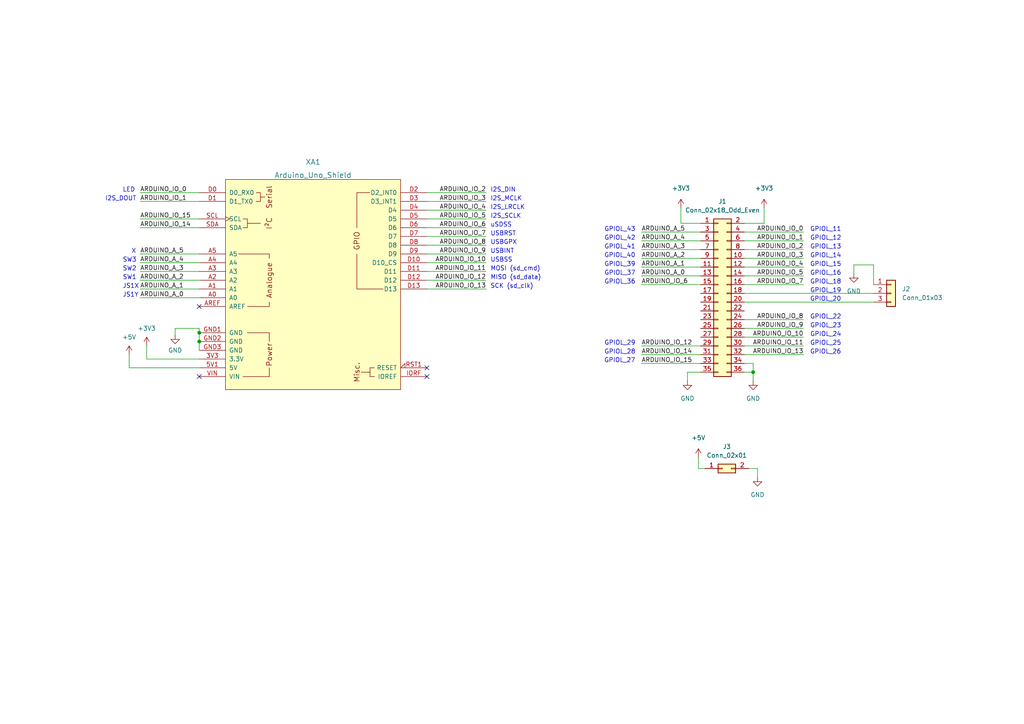
<source format=kicad_sch>
(kicad_sch (version 20211123) (generator eeschema)
  (paper "A4")
  (lib_symbols
    (symbol "Connector_Generic:Conn_01x03" (pin_names (offset 1.016) hide)
      (property "Reference" "J" (at 0 5.08 0))
      (property "Value" "Conn_01x03" (at 0 -5.08 0))
      (symbol "Conn_01x03_1_1"
        (rectangle (start -1.27 -2.413) (end 0 -2.667) (stroke (width 0.1524)))
        (rectangle (start -1.27 0.127) (end 0 -0.127) (stroke (width 0.1524)))
        (rectangle (start -1.27 2.667) (end 0 2.413) (stroke (width 0.1524)))
        (rectangle (start -1.27 3.81) (end 1.27 -3.81) (stroke (width 0.254)) (fill (type background)))
        (pin passive line (at -5.08 2.54 0) (length 3.81) (name "Pin_1") (number "1"))
        (pin passive line (at -5.08 0 0) (length 3.81) (name "Pin_2") (number "2"))
        (pin passive line (at -5.08 -2.54 0) (length 3.81) (name "Pin_3") (number "3"))
      )
    )
    (symbol "Connector_Generic:Conn_02x01" (pin_names (offset 1.016) hide)
      (property "Reference" "J" (at 1.27 2.54 0))
      (property "Value" "Conn_02x01" (at 1.27 -2.54 0))
      (symbol "Conn_02x01_1_1"
        (rectangle (start -1.27 0.127) (end 0 -0.127) (stroke (width 0.1524)))
        (rectangle (start -1.27 1.27) (end 3.81 -1.27) (stroke (width 0.254)) (fill (type background)))
        (rectangle (start 3.81 0.127) (end 2.54 -0.127) (stroke (width 0.1524)))
        (pin passive line (at -5.08 0 0) (length 3.81) (name "Pin_1") (number "1"))
        (pin passive line (at 7.62 0 180) (length 3.81) (name "Pin_2") (number "2"))
      )
    )
    (symbol "Connector_Generic:Conn_02x18_Odd_Even" (pin_names (offset 1.016) hide)
      (property "Reference" "J" (at 1.27 22.86 0))
      (property "Value" "Conn_02x18_Odd_Even" (at 1.27 -25.4 0))
      (symbol "Conn_02x18_Odd_Even_1_1"
        (rectangle (start -1.27 -22.733) (end 0 -22.987) (stroke (width 0.1524)))
        (rectangle (start -1.27 -20.193) (end 0 -20.447) (stroke (width 0.1524)))
        (rectangle (start -1.27 -17.653) (end 0 -17.907) (stroke (width 0.1524)))
        (rectangle (start -1.27 -15.113) (end 0 -15.367) (stroke (width 0.1524)))
        (rectangle (start -1.27 -12.573) (end 0 -12.827) (stroke (width 0.1524)))
        (rectangle (start -1.27 -10.033) (end 0 -10.287) (stroke (width 0.1524)))
        (rectangle (start -1.27 -7.493) (end 0 -7.747) (stroke (width 0.1524)))
        (rectangle (start -1.27 -4.953) (end 0 -5.207) (stroke (width 0.1524)))
        (rectangle (start -1.27 -2.413) (end 0 -2.667) (stroke (width 0.1524)))
        (rectangle (start -1.27 0.127) (end 0 -0.127) (stroke (width 0.1524)))
        (rectangle (start -1.27 2.667) (end 0 2.413) (stroke (width 0.1524)))
        (rectangle (start -1.27 5.207) (end 0 4.953) (stroke (width 0.1524)))
        (rectangle (start -1.27 7.747) (end 0 7.493) (stroke (width 0.1524)))
        (rectangle (start -1.27 10.287) (end 0 10.033) (stroke (width 0.1524)))
        (rectangle (start -1.27 12.827) (end 0 12.573) (stroke (width 0.1524)))
        (rectangle (start -1.27 15.367) (end 0 15.113) (stroke (width 0.1524)))
        (rectangle (start -1.27 17.907) (end 0 17.653) (stroke (width 0.1524)))
        (rectangle (start -1.27 20.447) (end 0 20.193) (stroke (width 0.1524)))
        (rectangle (start -1.27 21.59) (end 3.81 -24.13) (stroke (width 0.254)) (fill (type background)))
        (rectangle (start 3.81 -22.733) (end 2.54 -22.987) (stroke (width 0.1524)))
        (rectangle (start 3.81 -20.193) (end 2.54 -20.447) (stroke (width 0.1524)))
        (rectangle (start 3.81 -17.653) (end 2.54 -17.907) (stroke (width 0.1524)))
        (rectangle (start 3.81 -15.113) (end 2.54 -15.367) (stroke (width 0.1524)))
        (rectangle (start 3.81 -12.573) (end 2.54 -12.827) (stroke (width 0.1524)))
        (rectangle (start 3.81 -10.033) (end 2.54 -10.287) (stroke (width 0.1524)))
        (rectangle (start 3.81 -7.493) (end 2.54 -7.747) (stroke (width 0.1524)))
        (rectangle (start 3.81 -4.953) (end 2.54 -5.207) (stroke (width 0.1524)))
        (rectangle (start 3.81 -2.413) (end 2.54 -2.667) (stroke (width 0.1524)))
        (rectangle (start 3.81 0.127) (end 2.54 -0.127) (stroke (width 0.1524)))
        (rectangle (start 3.81 2.667) (end 2.54 2.413) (stroke (width 0.1524)))
        (rectangle (start 3.81 5.207) (end 2.54 4.953) (stroke (width 0.1524)))
        (rectangle (start 3.81 7.747) (end 2.54 7.493) (stroke (width 0.1524)))
        (rectangle (start 3.81 10.287) (end 2.54 10.033) (stroke (width 0.1524)))
        (rectangle (start 3.81 12.827) (end 2.54 12.573) (stroke (width 0.1524)))
        (rectangle (start 3.81 15.367) (end 2.54 15.113) (stroke (width 0.1524)))
        (rectangle (start 3.81 17.907) (end 2.54 17.653) (stroke (width 0.1524)))
        (rectangle (start 3.81 20.447) (end 2.54 20.193) (stroke (width 0.1524)))
        (pin passive line (at -5.08 20.32 0) (length 3.81) (name "Pin_1") (number "1"))
        (pin passive line (at 7.62 10.16 180) (length 3.81) (name "Pin_10") (number "10"))
        (pin passive line (at -5.08 7.62 0) (length 3.81) (name "Pin_11") (number "11"))
        (pin passive line (at 7.62 7.62 180) (length 3.81) (name "Pin_12") (number "12"))
        (pin passive line (at -5.08 5.08 0) (length 3.81) (name "Pin_13") (number "13"))
        (pin passive line (at 7.62 5.08 180) (length 3.81) (name "Pin_14") (number "14"))
        (pin passive line (at -5.08 2.54 0) (length 3.81) (name "Pin_15") (number "15"))
        (pin passive line (at 7.62 2.54 180) (length 3.81) (name "Pin_16") (number "16"))
        (pin passive line (at -5.08 0 0) (length 3.81) (name "Pin_17") (number "17"))
        (pin passive line (at 7.62 0 180) (length 3.81) (name "Pin_18") (number "18"))
        (pin passive line (at -5.08 -2.54 0) (length 3.81) (name "Pin_19") (number "19"))
        (pin passive line (at 7.62 20.32 180) (length 3.81) (name "Pin_2") (number "2"))
        (pin passive line (at 7.62 -2.54 180) (length 3.81) (name "Pin_20") (number "20"))
        (pin passive line (at -5.08 -5.08 0) (length 3.81) (name "Pin_21") (number "21"))
        (pin passive line (at 7.62 -5.08 180) (length 3.81) (name "Pin_22") (number "22"))
        (pin passive line (at -5.08 -7.62 0) (length 3.81) (name "Pin_23") (number "23"))
        (pin passive line (at 7.62 -7.62 180) (length 3.81) (name "Pin_24") (number "24"))
        (pin passive line (at -5.08 -10.16 0) (length 3.81) (name "Pin_25") (number "25"))
        (pin passive line (at 7.62 -10.16 180) (length 3.81) (name "Pin_26") (number "26"))
        (pin passive line (at -5.08 -12.7 0) (length 3.81) (name "Pin_27") (number "27"))
        (pin passive line (at 7.62 -12.7 180) (length 3.81) (name "Pin_28") (number "28"))
        (pin passive line (at -5.08 -15.24 0) (length 3.81) (name "Pin_29") (number "29"))
        (pin passive line (at -5.08 17.78 0) (length 3.81) (name "Pin_3") (number "3"))
        (pin passive line (at 7.62 -15.24 180) (length 3.81) (name "Pin_30") (number "30"))
        (pin passive line (at -5.08 -17.78 0) (length 3.81) (name "Pin_31") (number "31"))
        (pin passive line (at 7.62 -17.78 180) (length 3.81) (name "Pin_32") (number "32"))
        (pin passive line (at -5.08 -20.32 0) (length 3.81) (name "Pin_33") (number "33"))
        (pin passive line (at 7.62 -20.32 180) (length 3.81) (name "Pin_34") (number "34"))
        (pin passive line (at -5.08 -22.86 0) (length 3.81) (name "Pin_35") (number "35"))
        (pin passive line (at 7.62 -22.86 180) (length 3.81) (name "Pin_36") (number "36"))
        (pin passive line (at 7.62 17.78 180) (length 3.81) (name "Pin_4") (number "4"))
        (pin passive line (at -5.08 15.24 0) (length 3.81) (name "Pin_5") (number "5"))
        (pin passive line (at 7.62 15.24 180) (length 3.81) (name "Pin_6") (number "6"))
        (pin passive line (at -5.08 12.7 0) (length 3.81) (name "Pin_7") (number "7"))
        (pin passive line (at 7.62 12.7 180) (length 3.81) (name "Pin_8") (number "8"))
        (pin passive line (at -5.08 10.16 0) (length 3.81) (name "Pin_9") (number "9"))
      )
    )
    (symbol "arduino:Arduino_Uno_Shield" (pin_names (offset 1.016))
      (property "Reference" "XA1001" (at 0 35.56 0))
      (property "Value" "Arduino_Uno_Shield" (at 0 31.75 0))
      (symbol "Arduino_Uno_Shield_0_0"
        (rectangle (start -25.4 30.48) (end 25.4 -30.48) (fill (type background)))
        (rectangle (start -20.32 -26.67) (end -12.7 -26.67))
        (rectangle (start -19.05 -13.97) (end -12.7 -13.97))
        (polyline (pts (xy -19.05 17.78) (xy -15.24 17.78)))
        (polyline (pts (xy -15.24 25.4) (xy -13.97 25.4)))
        (polyline (pts (xy -12.7 -26.67) (xy -12.7 -24.13)))
        (polyline (pts (xy -12.7 -15.24) (xy -12.7 -16.51)))
        (polyline (pts (xy -12.7 -13.97) (xy -12.7 -15.24)))
        (polyline (pts (xy -12.7 -5.08) (xy -12.7 -6.35) (xy -19.05 -6.35)))
        (polyline (pts (xy -12.7 7.62) (xy -12.7 8.89) (xy -21.59 8.89)))
        (polyline (pts (xy 12.7 8.89) (xy 12.7 -1.27) (xy 20.32 -1.27)))
        (polyline (pts (xy 12.7 16.51) (xy 12.7 26.67) (xy 16.51 26.67)))
        (polyline (pts (xy -20.32 19.05) (xy -19.05 19.05) (xy -19.05 16.51) (xy -20.32 16.51)))
        (polyline (pts (xy -16.51 26.67) (xy -15.24 26.67) (xy -15.24 24.13) (xy -16.51 24.13)))
        (rectangle (start 16.51 -25.4) (end 13.97 -25.4))
        (rectangle (start 16.51 -24.13) (end 16.51 -26.67))
        (rectangle (start 17.78 -26.67) (end 16.51 -26.67))
        (rectangle (start 17.78 -24.13) (end 16.51 -24.13))
        (text "Analogue" (at -12.7 1.27 900) (effects (font (size 1.524 1.524))))
        (text "I²C" (at -12.7 17.78 900) (effects (font (size 1.524 1.524))))
        (text "Misc." (at 12.7 -25.4 900) (effects (font (size 1.524 1.524))))
        (text "Power" (at -12.7 -20.32 900) (effects (font (size 1.524 1.524))))
        (text "Serial" (at -12.7 25.4 900) (effects (font (size 1.524 1.524))))
      )
      (symbol "Arduino_Uno_Shield_1_0"
        (text "GPIO" (at 12.7 12.7 900) (effects (font (size 1.524 1.524))))
      )
      (symbol "Arduino_Uno_Shield_1_1"
        (pin power_out line (at -33.02 -21.59 0) (length 7.62) (name "3.3V") (number "3V3"))
        (pin power_in line (at -33.02 -24.13 0) (length 7.62) (name "5V") (number "5V1"))
        (pin bidirectional line (at -33.02 -3.81 0) (length 7.62) (name "A0") (number "A0"))
        (pin bidirectional line (at -33.02 -1.27 0) (length 7.62) (name "A1") (number "A1"))
        (pin bidirectional line (at -33.02 1.27 0) (length 7.62) (name "A2") (number "A2"))
        (pin bidirectional line (at -33.02 3.81 0) (length 7.62) (name "A3") (number "A3"))
        (pin bidirectional line (at -33.02 6.35 0) (length 7.62) (name "A4") (number "A4"))
        (pin bidirectional line (at -33.02 8.89 0) (length 7.62) (name "A5") (number "A5"))
        (pin input line (at -33.02 -6.35 0) (length 7.62) (name "AREF") (number "AREF"))
        (pin bidirectional line (at -33.02 26.67 0) (length 7.62) (name "D0_RX0") (number "D0"))
        (pin bidirectional line (at -33.02 24.13 0) (length 7.62) (name "D1_TX0") (number "D1"))
        (pin bidirectional line (at 33.02 6.35 180) (length 7.62) (name "D10_CS") (number "D10"))
        (pin bidirectional line (at 33.02 3.81 180) (length 7.62) (name "D11") (number "D11"))
        (pin bidirectional line (at 33.02 1.27 180) (length 7.62) (name "D12") (number "D12"))
        (pin bidirectional line (at 33.02 -1.27 180) (length 7.62) (name "D13") (number "D13"))
        (pin bidirectional line (at 33.02 26.67 180) (length 7.62) (name "D2_INT0") (number "D2"))
        (pin bidirectional line (at 33.02 24.13 180) (length 7.62) (name "D3_INT1") (number "D3"))
        (pin bidirectional line (at 33.02 21.59 180) (length 7.62) (name "D4") (number "D4"))
        (pin bidirectional line (at 33.02 19.05 180) (length 7.62) (name "D5") (number "D5"))
        (pin bidirectional line (at 33.02 16.51 180) (length 7.62) (name "D6") (number "D6"))
        (pin bidirectional line (at 33.02 13.97 180) (length 7.62) (name "D7") (number "D7"))
        (pin bidirectional line (at 33.02 11.43 180) (length 7.62) (name "D8") (number "D8"))
        (pin bidirectional line (at 33.02 8.89 180) (length 7.62) (name "D9") (number "D9"))
        (pin power_in line (at -33.02 -13.97 0) (length 7.62) (name "GND") (number "GND1"))
        (pin power_in line (at -33.02 -16.51 0) (length 7.62) (name "GND") (number "GND2"))
        (pin power_in line (at -33.02 -19.05 0) (length 7.62) (name "GND") (number "GND3"))
        (pin output line (at 33.02 -26.67 180) (length 7.62) (name "IOREF") (number "IORF"))
        (pin open_collector input_low (at 33.02 -24.13 180) (length 7.62) (name "RESET") (number "RST1"))
        (pin bidirectional clock (at -33.02 19.05 0) (length 7.62) (name "SCL") (number "SCL"))
        (pin bidirectional line (at -33.02 16.51 0) (length 7.62) (name "SDA") (number "SDA"))
        (pin power_in line (at -33.02 -26.67 0) (length 7.62) (name "VIN") (number "VIN"))
      )
    )
    (symbol "power:+3V3" (power) (pin_names (offset 0))
      (property "Value" "+3V3" (at 0 3.556 0))
      (symbol "+3V3_0_1"
        (polyline (pts (xy -0.762 1.27) (xy 0 2.54)))
        (polyline (pts (xy 0 0) (xy 0 2.54)))
        (polyline (pts (xy 0 2.54) (xy 0.762 1.27)))
      )
      (symbol "+3V3_1_1"
        (pin power_in line (at 0 0 90) (length 0) hide (name "+3V3") (number "1"))
      )
    )
    (symbol "power:+5V" (power) (pin_names (offset 0))
      (property "Value" "+5V" (at 0 3.556 0))
      (symbol "+5V_0_1"
        (polyline (pts (xy -0.762 1.27) (xy 0 2.54)))
        (polyline (pts (xy 0 0) (xy 0 2.54)))
        (polyline (pts (xy 0 2.54) (xy 0.762 1.27)))
      )
      (symbol "+5V_1_1"
        (pin power_in line (at 0 0 90) (length 0) hide (name "+5V") (number "1"))
      )
    )
    (symbol "power:GND" (power) (pin_names (offset 0))
      (property "Value" "GND" (at 0 -3.81 0))
      (symbol "GND_0_1"
        (polyline (pts (xy 0 0) (xy 0 -1.27) (xy 1.27 -1.27) (xy 0 -2.54) (xy -1.27 -1.27) (xy 0 -1.27)))
      )
      (symbol "GND_1_1"
        (pin power_in line (at 0 0 270) (length 0) hide (name "GND") (number "1"))
      )
    )
  )
  (junction (at 218.44 107.95))
  (junction (at 57.785 99.06))
  (junction (at 57.785 96.52))
  (no_connect (at 123.825 109.22))
  (no_connect (at 123.825 106.68))
  (no_connect (at 57.785 109.22))
  (no_connect (at 57.785 88.9))
  (wire (pts (xy 186.055 105.41) (xy 203.2 105.41)))
  (wire (pts (xy 40.64 73.66) (xy 57.785 73.66)))
  (wire (pts (xy 140.97 58.42) (xy 123.825 58.42)))
  (wire (pts (xy 199.39 107.95) (xy 203.2 107.95)))
  (wire (pts (xy 57.785 95.25) (xy 57.785 96.52)))
  (wire (pts (xy 186.055 67.31) (xy 203.2 67.31)))
  (wire (pts (xy 186.055 77.47) (xy 203.2 77.47)))
  (wire (pts (xy 197.485 64.77) (xy 203.2 64.77)))
  (wire (pts (xy 215.9 85.09) (xy 253.365 85.09)))
  (wire (pts (xy 233.045 69.85) (xy 215.9 69.85)))
  (wire (pts (xy 40.64 55.88) (xy 57.785 55.88)))
  (wire (pts (xy 40.64 63.5) (xy 57.785 63.5)))
  (wire (pts (xy 215.9 87.63) (xy 253.365 87.63)))
  (wire (pts (xy 50.8 95.25) (xy 57.785 95.25)))
  (wire (pts (xy 186.055 100.33) (xy 203.2 100.33)))
  (wire (pts (xy 247.65 79.375) (xy 247.65 76.835)))
  (wire (pts (xy 37.465 102.87) (xy 37.465 106.68)))
  (wire (pts (xy 221.615 60.325) (xy 221.615 64.77)))
  (wire (pts (xy 199.39 110.49) (xy 199.39 107.95)))
  (wire (pts (xy 215.9 105.41) (xy 218.44 105.41)))
  (wire (pts (xy 253.365 76.835) (xy 253.365 82.55)))
  (wire (pts (xy 233.045 92.71) (xy 215.9 92.71)))
  (wire (pts (xy 40.64 58.42) (xy 57.785 58.42)))
  (wire (pts (xy 218.44 107.95) (xy 218.44 110.49)))
  (wire (pts (xy 233.045 100.33) (xy 215.9 100.33)))
  (wire (pts (xy 221.615 64.77) (xy 215.9 64.77)))
  (wire (pts (xy 140.97 66.04) (xy 123.825 66.04)))
  (wire (pts (xy 233.045 77.47) (xy 215.9 77.47)))
  (wire (pts (xy 233.045 74.93) (xy 215.9 74.93)))
  (wire (pts (xy 202.565 132.715) (xy 202.565 135.89)))
  (wire (pts (xy 233.045 67.31) (xy 215.9 67.31)))
  (wire (pts (xy 219.71 138.43) (xy 219.71 135.89)))
  (wire (pts (xy 197.485 60.325) (xy 197.485 64.77)))
  (wire (pts (xy 140.97 60.96) (xy 123.825 60.96)))
  (wire (pts (xy 57.785 99.06) (xy 57.785 101.6)))
  (wire (pts (xy 186.055 80.01) (xy 203.2 80.01)))
  (wire (pts (xy 233.045 102.87) (xy 215.9 102.87)))
  (wire (pts (xy 140.97 68.58) (xy 123.825 68.58)))
  (wire (pts (xy 186.055 74.93) (xy 203.2 74.93)))
  (wire (pts (xy 233.045 97.79) (xy 215.9 97.79)))
  (wire (pts (xy 233.045 82.55) (xy 215.9 82.55)))
  (wire (pts (xy 233.045 72.39) (xy 215.9 72.39)))
  (wire (pts (xy 140.97 71.12) (xy 123.825 71.12)))
  (wire (pts (xy 42.545 100.33) (xy 42.545 104.14)))
  (wire (pts (xy 40.64 83.82) (xy 57.785 83.82)))
  (wire (pts (xy 186.055 102.87) (xy 203.2 102.87)))
  (wire (pts (xy 140.97 83.82) (xy 123.825 83.82)))
  (wire (pts (xy 140.97 78.74) (xy 123.825 78.74)))
  (wire (pts (xy 37.465 106.68) (xy 57.785 106.68)))
  (wire (pts (xy 247.65 76.835) (xy 253.365 76.835)))
  (wire (pts (xy 233.045 80.01) (xy 215.9 80.01)))
  (wire (pts (xy 218.44 105.41) (xy 218.44 107.95)))
  (wire (pts (xy 57.785 96.52) (xy 57.785 99.06)))
  (wire (pts (xy 186.055 82.55) (xy 203.2 82.55)))
  (wire (pts (xy 40.64 81.28) (xy 57.785 81.28)))
  (wire (pts (xy 140.97 76.2) (xy 123.825 76.2)))
  (wire (pts (xy 140.97 55.88) (xy 123.825 55.88)))
  (wire (pts (xy 186.055 69.85) (xy 203.2 69.85)))
  (wire (pts (xy 215.9 107.95) (xy 218.44 107.95)))
  (wire (pts (xy 219.71 135.89) (xy 217.17 135.89)))
  (wire (pts (xy 202.565 135.89) (xy 204.47 135.89)))
  (wire (pts (xy 42.545 104.14) (xy 57.785 104.14)))
  (wire (pts (xy 186.055 72.39) (xy 203.2 72.39)))
  (wire (pts (xy 140.97 63.5) (xy 123.825 63.5)))
  (wire (pts (xy 233.045 95.25) (xy 215.9 95.25)))
  (wire (pts (xy 50.8 97.155) (xy 50.8 95.25)))
  (wire (pts (xy 40.64 86.36) (xy 57.785 86.36)))
  (wire (pts (xy 40.64 76.2) (xy 57.785 76.2)))
  (wire (pts (xy 40.64 66.04) (xy 57.785 66.04)))
  (wire (pts (xy 140.97 73.66) (xy 123.825 73.66)))
  (wire (pts (xy 140.97 81.28) (xy 123.825 81.28)))
  (wire (pts (xy 40.64 78.74) (xy 57.785 78.74)))
  (text "GPIOL_28" (at 175.26 102.87 0) (effects (font (size 1.27 1.27)) (justify left bottom)))
  (text "GPIOL_16" (at 234.95 80.01 0) (effects (font (size 1.27 1.27)) (justify left bottom)))
  (text "JS1Y" (at 35.56 86.36 0) (effects (font (size 1.27 1.27)) (justify left bottom)))
  (text "GPIOL_14" (at 234.95 74.93 0) (effects (font (size 1.27 1.27)) (justify left bottom)))
  (text "GPIOL_39" (at 175.26 77.47 0) (effects (font (size 1.27 1.27)) (justify left bottom)))
  (text "GPIOL_40" (at 175.2392 74.9031 0) (effects (font (size 1.27 1.27)) (justify left bottom)))
  (text "GPIOL_36" (at 175.26 82.55 0) (effects (font (size 1.27 1.27)) (justify left bottom)))
  (text "MISO (sd_data)" (at 142.24 81.28 0) (effects (font (size 1.27 1.27)) (justify left bottom)))
  (text "SW3" (at 35.56 76.2 0) (effects (font (size 1.27 1.27)) (justify left bottom)))
  (text "I2S_SCLK" (at 142.24 63.5 0) (effects (font (size 1.27 1.27)) (justify left bottom)))
  (text "LED" (at 35.56 55.88 0) (effects (font (size 1.27 1.27)) (justify left bottom)))
  (text "GPIOL_11" (at 234.95 67.31 0) (effects (font (size 1.27 1.27)) (justify left bottom)))
  (text "GPIOL_41" (at 175.26 72.39 0) (effects (font (size 1.27 1.27)) (justify left bottom)))
  (text "GPIOL_20" (at 234.9176 87.5645 0) (effects (font (size 1.27 1.27)) (justify left bottom)))
  (text "SW1" (at 35.56 81.28 0) (effects (font (size 1.27 1.27)) (justify left bottom)))
  (text "X" (at 38.1 73.66 0) (effects (font (size 1.27 1.27)) (justify left bottom)))
  (text "GPIOL_27" (at 175.2097 105.3696 0) (effects (font (size 1.27 1.27)) (justify left bottom)))
  (text "USBSS" (at 142.24 76.2 0) (effects (font (size 1.27 1.27)) (justify left bottom)))
  (text "JS1X" (at 35.56 83.82 0) (effects (font (size 1.27 1.27)) (justify left bottom)))
  (text "USBGPX" (at 142.2387 71.0906 0) (effects (font (size 1.27 1.27)) (justify left bottom)))
  (text "GPIOL_24" (at 234.95 97.79 0) (effects (font (size 1.27 1.27)) (justify left bottom)))
  (text "SCK (sd_clk)" (at 142.2082 83.8199 0) (effects (font (size 1.27 1.27)) (justify left bottom)))
  (text "I2S_LRCLK" (at 142.24 60.96 0) (effects (font (size 1.27 1.27)) (justify left bottom)))
  (text "GPIOL_25" (at 234.95 100.33 0) (effects (font (size 1.27 1.27)) (justify left bottom)))
  (text "GPIOL_43" (at 175.26 67.31 0) (effects (font (size 1.27 1.27)) (justify left bottom)))
  (text "GPIOL_19" (at 234.95 85.09 0) (effects (font (size 1.27 1.27)) (justify left bottom)))
  (text "GPIOL_42" (at 175.26 69.85 0) (effects (font (size 1.27 1.27)) (justify left bottom)))
  (text "uSDSS" (at 142.24 66.04 0) (effects (font (size 1.27 1.27)) (justify left bottom)))
  (text "GPIOL_15" (at 234.95 77.47 0) (effects (font (size 1.27 1.27)) (justify left bottom)))
  (text "USBINT" (at 142.24 73.66 0) (effects (font (size 1.27 1.27)) (justify left bottom)))
  (text "MOSI (sd_cmd)" (at 142.24 78.74 0) (effects (font (size 1.27 1.27)) (justify left bottom)))
  (text "GPIOL_18" (at 234.95 82.55 0) (effects (font (size 1.27 1.27)) (justify left bottom)))
  (text "I2S_MCLK" (at 142.24 58.42 0) (effects (font (size 1.27 1.27)) (justify left bottom)))
  (text "I2S_DOUT" (at 30.48 58.42 0) (effects (font (size 1.27 1.27)) (justify left bottom)))
  (text "USBRST" (at 142.24 68.58 0) (effects (font (size 1.27 1.27)) (justify left bottom)))
  (text "GPIOL_29" (at 175.2563 100.2994 0) (effects (font (size 1.27 1.27)) (justify left bottom)))
  (text "GPIOL_12" (at 234.95 69.85 0) (effects (font (size 1.27 1.27)) (justify left bottom)))
  (text "GPIOL_22" (at 234.95 92.71 0) (effects (font (size 1.27 1.27)) (justify left bottom)))
  (text "I2S_DIN" (at 142.24 55.88 0) (effects (font (size 1.27 1.27)) (justify left bottom)))
  (text "GPIOL_37" (at 175.26 80.01 0) (effects (font (size 1.27 1.27)) (justify left bottom)))
  (text "GPIOL_13" (at 234.95 72.39 0) (effects (font (size 1.27 1.27)) (justify left bottom)))
  (text "SW2" (at 35.5587 78.7399 0) (effects (font (size 1.27 1.27)) (justify left bottom)))
  (text "GPIOL_23" (at 234.95 95.25 0) (effects (font (size 1.27 1.27)) (justify left bottom)))
  (text "GPIOL_26" (at 234.9176 102.8669 0) (effects (font (size 1.27 1.27)) (justify left bottom)))
  (label "ARDUINO_A_0" (at 186.055 80.01 0))
  (label "ARDUINO_IO_12" (at 140.97 81.28 180))
  (label "ARDUINO_IO_11" (at 233.045 100.33 180))
  (label "ARDUINO_IO_7" (at 140.97 68.58 180))
  (label "ARDUINO_A_3" (at 186.055 72.39 0))
  (label "ARDUINO_IO_13" (at 233.045 102.87 180))
  (label "ARDUINO_IO_13" (at 140.97 83.82 180))
  (label "ARDUINO_IO_3" (at 233.045 74.93 180))
  (label "ARDUINO_IO_15" (at 186.055 105.41 0))
  (label "ARDUINO_A_2" (at 40.64 81.28 0))
  (label "ARDUINO_A_4" (at 186.055 69.85 0))
  (label "ARDUINO_IO_14" (at 186.055 102.87 0))
  (label "ARDUINO_IO_0" (at 40.64 55.88 0))
  (label "ARDUINO_IO_12" (at 186.055 100.33 0))
  (label "ARDUINO_IO_9" (at 233.045 95.25 180))
  (label "ARDUINO_IO_3" (at 140.97 58.42 180))
  (label "ARDUINO_IO_10" (at 233.045 97.79 180))
  (label "ARDUINO_IO_8" (at 233.045 92.71 180))
  (label "ARDUINO_IO_9" (at 140.97 73.66 180))
  (label "ARDUINO_IO_14" (at 40.64 66.04 0))
  (label "ARDUINO_IO_15" (at 40.64 63.5 0))
  (label "ARDUINO_A_5" (at 40.64 73.66 0))
  (label "ARDUINO_IO_11" (at 140.97 78.74 180))
  (label "ARDUINO_IO_5" (at 233.045 80.01 180))
  (label "ARDUINO_A_1" (at 186.055 77.47 0))
  (label "ARDUINO_IO_1" (at 233.045 69.85 180))
  (label "ARDUINO_IO_1" (at 40.64 58.42 0))
  (label "ARDUINO_A_2" (at 186.055 74.93 0))
  (label "ARDUINO_IO_4" (at 140.97 60.96 180))
  (label "ARDUINO_IO_4" (at 233.045 77.47 180))
  (label "ARDUINO_IO_5" (at 140.97 63.5 180))
  (label "ARDUINO_IO_6" (at 186.055 82.55 0))
  (label "ARDUINO_IO_10" (at 140.97 76.2 180))
  (label "ARDUINO_IO_8" (at 140.97 71.12 180))
  (label "ARDUINO_A_3" (at 40.64 78.74 0))
  (label "ARDUINO_IO_6" (at 140.97 66.04 180))
  (label "ARDUINO_A_0" (at 40.64 86.36 0))
  (label "ARDUINO_IO_0" (at 233.045 67.31 180))
  (label "ARDUINO_IO_7" (at 233.045 82.55 180))
  (label "ARDUINO_IO_2" (at 140.97 55.88 180))
  (label "ARDUINO_A_5" (at 186.055 67.31 0))
  (label "ARDUINO_A_4" (at 40.64 76.2 0))
  (label "ARDUINO_IO_2" (at 233.045 72.39 180))
  (label "ARDUINO_A_1" (at 40.64 83.82 0))
  (symbol (lib_id "power:GND") (at 199.39 110.49 0) (unit 1)
    (property "Reference" "#PWR07" (effects hide))
    (property "Value" "GND" (at 199.39 115.57 0))
  )
  (symbol (lib_id "power:+3V3") (at 42.545 100.33 0) (unit 1)
    (property "Reference" "#PWR05" (effects hide))
    (property "Value" "+3V3" (at 42.545 95.25 0))
  )
  (symbol (lib_id "power:GND") (at 219.71 138.43 0) (unit 1)
    (property "Reference" "#PWR010" (effects hide))
    (property "Value" "GND" (at 219.71 143.51 0))
  )
  (symbol (lib_id "power:GND") (at 50.8 97.155 0) (unit 1)
    (property "Reference" "#PWR04" (effects hide))
    (property "Value" "GND" (at 50.8 101.6 0))
  )
  (symbol (lib_id "Connector_Generic:Conn_02x01") (at 209.55 135.89 0) (unit 1)
    (property "Reference" "J3" (at 210.82 129.54 0))
    (property "Value" "Conn_02x01" (at 210.82 132.08 0))
    (property "Footprint" "Connector_PinSocket_2.54mm:PinSocket_2x01_P2.54mm_Vertical" (effects hide))
  )
  (symbol (lib_id "power:+5V") (at 37.465 102.87 0) (unit 1)
    (property "Reference" "#PWR06" (effects hide))
    (property "Value" "+5V" (at 37.465 97.79 0))
  )
  (symbol (lib_id "power:+3V3") (at 197.485 60.325 0) (unit 1)
    (property "Reference" "#PWR01" (effects hide))
    (property "Value" "+3V3" (at 197.485 54.61 0))
  )
  (symbol (lib_id "arduino:Arduino_Uno_Shield") (at 90.805 82.55 0) (unit 1)
    (property "Reference" "XA1" (at 90.805 46.99 0) (effects (font (size 1.524 1.524))))
    (property "Value" "Arduino_Uno_Shield" (at 90.805 50.8 0) (effects (font (size 1.524 1.524))))
    (property "Footprint" "Arduino_Library:Arduino_Uno_Shield" (effects hide))
    (property "Datasheet" "https://docs.arduino.cc/hardware/uno-rev3" (effects hide))
  )
  (symbol (lib_id "power:GND") (at 218.44 110.49 0) (unit 1)
    (property "Reference" "#PWR08" (effects hide))
    (property "Value" "GND" (at 218.44 115.57 0))
  )
  (symbol (lib_id "Connector_Generic:Conn_02x18_Odd_Even") (at 208.28 85.09 0) (unit 1)
    (property "Reference" "J1" (at 209.55 58.42 0))
    (property "Value" "Conn_02x18_Odd_Even" (at 209.55 60.96 0))
    (property "Footprint" "Connector_PinSocket_2.54mm:PinSocket_2x18_P2.54mm_Vertical" (effects hide))
  )
  (symbol (lib_id "power:+5V") (at 202.565 132.715 0) (unit 1)
    (property "Reference" "#PWR09" (effects hide))
    (property "Value" "+5V" (at 202.565 127 0))
  )
  (symbol (lib_id "Connector_Generic:Conn_01x03") (at 258.445 85.09 0) (unit 1)
    (property "Reference" "J2" (at 261.62 83.8199 0) (effects (justify left)))
    (property "Value" "Conn_01x03" (at 261.62 86.3599 0) (effects (justify left)))
    (property "Footprint" "Connector_PinSocket_2.54mm:PinSocket_1x03_P2.54mm_Vertical" (effects hide))
  )
  (symbol (lib_id "power:+3V3") (at 221.615 60.325 0) (unit 1)
    (property "Reference" "#PWR02" (effects hide))
    (property "Value" "+3V3" (at 221.615 54.61 0))
  )
  (symbol (lib_id "power:GND") (at 247.65 79.375 0) (unit 1)
    (property "Reference" "#PWR03" (effects hide))
    (property "Value" "GND" (at 247.65 84.455 0))
  )
)
</source>
